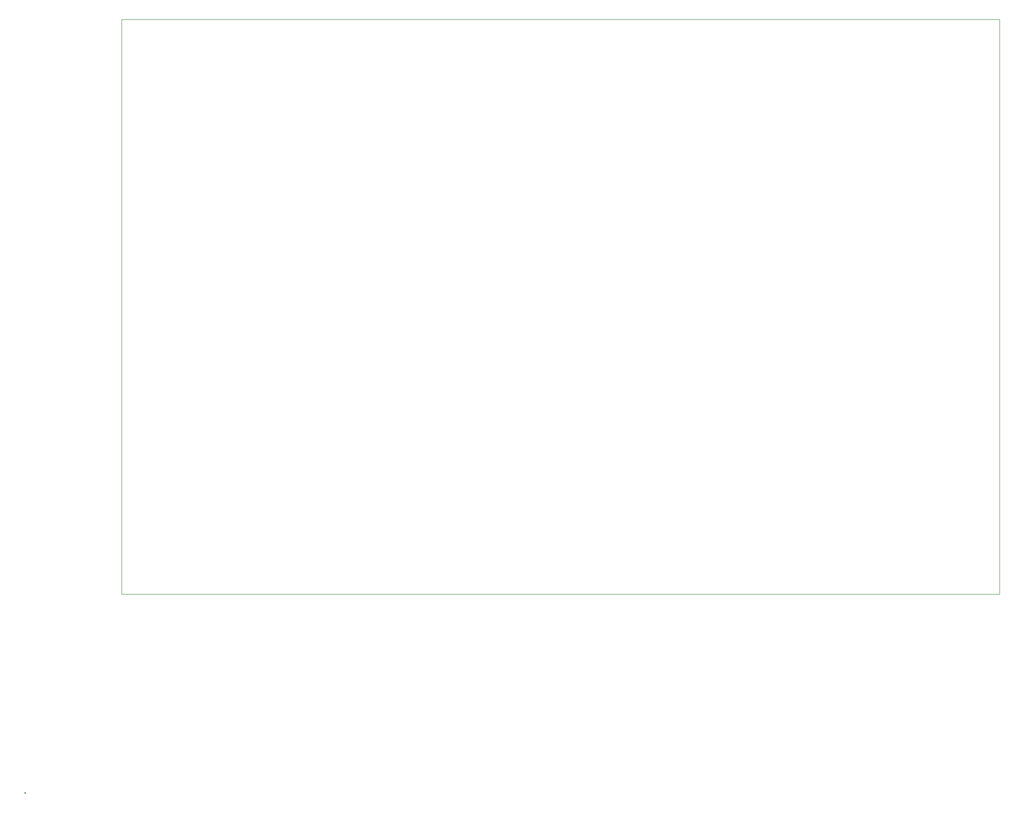
<source format=gbr>
G04 Layer_Color=0*
%FSLAX45Y45*%
%MOMM*%
%TF.FileFunction,Profile,NP*%
%TF.Part,Single*%
G01*
G75*
%TA.AperFunction,Profile*%
%ADD219C,0.02540*%
G36*
D02*
X25400D01*
Y25400D01*
X0D01*
Y0D01*
D02*
G37*
D219*
X1780540Y3657599D02*
X17870000D01*
X17870001Y14190979D01*
X1780540Y14190981D01*
X1780540Y3657599D01*
%TF.MD5,fce554ce7a006e41cd16b4b6d267b4ec*%
M02*

</source>
